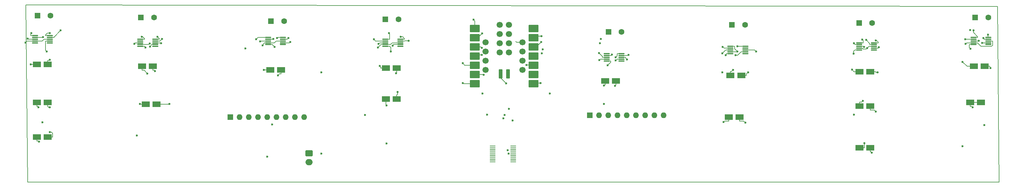
<source format=gbr>
%TF.GenerationSoftware,KiCad,Pcbnew,8.0.8*%
%TF.CreationDate,2025-05-04T20:59:53-05:00*%
%TF.ProjectId,Feedback_sleeve,46656564-6261-4636-9b5f-736c65657665,rev?*%
%TF.SameCoordinates,Original*%
%TF.FileFunction,Copper,L1,Top*%
%TF.FilePolarity,Positive*%
%FSLAX46Y46*%
G04 Gerber Fmt 4.6, Leading zero omitted, Abs format (unit mm)*
G04 Created by KiCad (PCBNEW 8.0.8) date 2025-05-04 20:59:53*
%MOMM*%
%LPD*%
G01*
G04 APERTURE LIST*
G04 Aperture macros list*
%AMRoundRect*
0 Rectangle with rounded corners*
0 $1 Rounding radius*
0 $2 $3 $4 $5 $6 $7 $8 $9 X,Y pos of 4 corners*
0 Add a 4 corners polygon primitive as box body*
4,1,4,$2,$3,$4,$5,$6,$7,$8,$9,$2,$3,0*
0 Add four circle primitives for the rounded corners*
1,1,$1+$1,$2,$3*
1,1,$1+$1,$4,$5*
1,1,$1+$1,$6,$7*
1,1,$1+$1,$8,$9*
0 Add four rect primitives between the rounded corners*
20,1,$1+$1,$2,$3,$4,$5,0*
20,1,$1+$1,$4,$5,$6,$7,0*
20,1,$1+$1,$6,$7,$8,$9,0*
20,1,$1+$1,$8,$9,$2,$3,0*%
G04 Aperture macros list end*
%TA.AperFunction,Conductor*%
%ADD10C,0.200000*%
%TD*%
%TA.AperFunction,SMDPad,CuDef*%
%ADD11R,2.200000X1.600000*%
%TD*%
%TA.AperFunction,SMDPad,CuDef*%
%ADD12O,1.699999X0.299999*%
%TD*%
%TA.AperFunction,ComponentPad*%
%ADD13RoundRect,0.250000X-0.550000X-0.550000X0.550000X-0.550000X0.550000X0.550000X-0.550000X0.550000X0*%
%TD*%
%TA.AperFunction,ComponentPad*%
%ADD14C,1.600000*%
%TD*%
%TA.AperFunction,ComponentPad*%
%ADD15R,1.600000X1.600000*%
%TD*%
%TA.AperFunction,ComponentPad*%
%ADD16O,1.600000X1.600000*%
%TD*%
%TA.AperFunction,ComponentPad*%
%ADD17RoundRect,0.250000X-0.750000X0.600000X-0.750000X-0.600000X0.750000X-0.600000X0.750000X0.600000X0*%
%TD*%
%TA.AperFunction,ComponentPad*%
%ADD18O,2.000000X1.700000*%
%TD*%
%TA.AperFunction,SMDPad,CuDef*%
%ADD19RoundRect,0.062500X0.675000X0.062500X-0.675000X0.062500X-0.675000X-0.062500X0.675000X-0.062500X0*%
%TD*%
%TA.AperFunction,SMDPad,CuDef*%
%ADD20RoundRect,0.200000X1.175000X0.800000X-1.175000X0.800000X-1.175000X-0.800000X1.175000X-0.800000X0*%
%TD*%
%TA.AperFunction,SMDPad,CuDef*%
%ADD21RoundRect,0.200000X-1.175000X-0.800000X1.175000X-0.800000X1.175000X0.800000X-1.175000X0.800000X0*%
%TD*%
%TA.AperFunction,SMDPad,CuDef*%
%ADD22C,1.700000*%
%TD*%
%TA.AperFunction,SMDPad,CuDef*%
%ADD23RoundRect,0.110000X-0.440000X1.140000X-0.440000X-1.140000X0.440000X-1.140000X0.440000X1.140000X0*%
%TD*%
%TA.AperFunction,ViaPad*%
%ADD24C,0.600000*%
%TD*%
G04 APERTURE END LIST*
D10*
%TO.N,Net-(U1-GND)*%
X281000000Y-13000000D02*
X13500000Y-12500000D01*
X281500000Y-61500000D02*
X281000000Y-13000000D01*
X14000000Y-61500000D02*
X281500000Y-61500000D01*
X13500000Y-12500000D02*
X14000000Y-61500000D01*
%TD*%
D11*
%TO.P,C11,1*%
%TO.N,Net-(U1-GND)*%
X243000000Y-40500000D03*
%TO.P,C11,2*%
%TO.N,Net-(RN1-common)*%
X246000000Y-40500000D03*
%TD*%
%TO.P,C9,1*%
%TO.N,Net-(U1-GND)*%
X243000000Y-31000000D03*
%TO.P,C9,2*%
%TO.N,Net-(RN1-common)*%
X246000000Y-31000000D03*
%TD*%
D12*
%TO.P,U7,1,REG*%
%TO.N,Net-(U7-REG)*%
X242900002Y-22999999D03*
%TO.P,U7,2,SCL*%
%TO.N,Net-(RN2-R8)*%
X242900002Y-23499998D03*
%TO.P,U7,3,SDA*%
%TO.N,Net-(RN2-R7)*%
X242900002Y-24000000D03*
%TO.P,U7,4,IN/TRIG*%
%TO.N,Net-(U1-GND)*%
X242900002Y-24499999D03*
%TO.P,U7,5,EN*%
%TO.N,Net-(U1-PC03_A3_D3)*%
X242900002Y-25000001D03*
%TO.P,U7,6,VDD/NC*%
%TO.N,unconnected-(U7-VDD{slash}NC-Pad6)*%
X247000001Y-25000001D03*
%TO.P,U7,7,OUT+*%
%TO.N,Net-(J7-Pin_1)*%
X247000001Y-24499999D03*
%TO.P,U7,8,GND*%
%TO.N,Net-(U1-GND)*%
X247000001Y-24000000D03*
%TO.P,U7,9,OUT-*%
%TO.N,Net-(J7-Pin_2)*%
X247000001Y-23499998D03*
%TO.P,U7,10,VDD*%
%TO.N,Net-(RN1-common)*%
X247000001Y-22999999D03*
%TD*%
D13*
%TO.P,J7,1,Pin_1*%
%TO.N,Net-(J7-Pin_1)*%
X242900000Y-17500000D03*
D14*
%TO.P,J7,2,Pin_2*%
%TO.N,Net-(J7-Pin_2)*%
X246500000Y-17500000D03*
%TD*%
D11*
%TO.P,C1,1*%
%TO.N,Net-(U1-GND)*%
X274500000Y-29500000D03*
%TO.P,C1,2*%
%TO.N,Net-(U2-REG)*%
X277500000Y-29500000D03*
%TD*%
D12*
%TO.P,U9,1,REG*%
%TO.N,Net-(U9-REG)*%
X80200002Y-21499999D03*
%TO.P,U9,2,SCL*%
%TO.N,Net-(RN1-R6)*%
X80200002Y-21999998D03*
%TO.P,U9,3,SDA*%
%TO.N,Net-(RN1-R5)*%
X80200002Y-22500000D03*
%TO.P,U9,4,IN/TRIG*%
%TO.N,Net-(U1-GND)*%
X80200002Y-22999999D03*
%TO.P,U9,5,EN*%
%TO.N,Net-(U1-PA03_A8_D8_SCK)*%
X80200002Y-23500001D03*
%TO.P,U9,6,VDD/NC*%
%TO.N,unconnected-(U9-VDD{slash}NC-Pad6)*%
X84300001Y-23500001D03*
%TO.P,U9,7,OUT+*%
%TO.N,Net-(J3-Pin_1)*%
X84300001Y-22999999D03*
%TO.P,U9,8,GND*%
%TO.N,Net-(U1-GND)*%
X84300001Y-22500000D03*
%TO.P,U9,9,OUT-*%
%TO.N,Net-(J3-Pin_2)*%
X84300001Y-21999998D03*
%TO.P,U9,10,VDD*%
%TO.N,Net-(RN1-common)*%
X84300001Y-21499999D03*
%TD*%
D11*
%TO.P,C6,1*%
%TO.N,Net-(U1-GND)*%
X80800000Y-30500000D03*
%TO.P,C6,2*%
%TO.N,Net-(U9-REG)*%
X83800000Y-30500000D03*
%TD*%
D12*
%TO.P,U2,1,REG*%
%TO.N,Net-(U2-REG)*%
X274400002Y-21499999D03*
%TO.P,U2,2,SCL*%
%TO.N,Net-(RN2-R6)*%
X274400002Y-21999998D03*
%TO.P,U2,3,SDA*%
%TO.N,Net-(RN2-R5)*%
X274400002Y-22500000D03*
%TO.P,U2,4,IN/TRIG*%
%TO.N,Net-(U1-GND)*%
X274400002Y-22999999D03*
%TO.P,U2,5,EN*%
%TO.N,Net-(U1-PC00_A0_D0)*%
X274400002Y-23500001D03*
%TO.P,U2,6,VDD/NC*%
%TO.N,unconnected-(U2-VDD{slash}NC-Pad6)*%
X278500001Y-23500001D03*
%TO.P,U2,7,OUT+*%
%TO.N,Net-(J8-Pin_1)*%
X278500001Y-22999999D03*
%TO.P,U2,8,GND*%
%TO.N,Net-(U1-GND)*%
X278500001Y-22500000D03*
%TO.P,U2,9,OUT-*%
%TO.N,Net-(J8-Pin_2)*%
X278500001Y-21999998D03*
%TO.P,U2,10,VDD*%
%TO.N,Net-(RN1-common)*%
X278500001Y-21499999D03*
%TD*%
D13*
%TO.P,J8,1,Pin_1*%
%TO.N,Net-(J8-Pin_1)*%
X274900000Y-16000000D03*
D14*
%TO.P,J8,2,Pin_2*%
%TO.N,Net-(J8-Pin_2)*%
X278500000Y-16000000D03*
%TD*%
D11*
%TO.P,C2,1*%
%TO.N,Net-(U1-GND)*%
X173000000Y-33500000D03*
%TO.P,C2,2*%
%TO.N,Net-(U4-REG)*%
X176000000Y-33500000D03*
%TD*%
%TO.P,C5,1*%
%TO.N,Net-(U1-GND)*%
X16500000Y-49000000D03*
%TO.P,C5,2*%
%TO.N,Net-(U6-REG)*%
X19500000Y-49000000D03*
%TD*%
D12*
%TO.P,U5,1,REG*%
%TO.N,Net-(U5-REG)*%
X112500002Y-21999999D03*
%TO.P,U5,2,SCL*%
%TO.N,Net-(RN2-R1)*%
X112500002Y-22499998D03*
%TO.P,U5,3,SDA*%
%TO.N,Net-(RN2-R2)*%
X112500002Y-23000000D03*
%TO.P,U5,4,IN/TRIG*%
%TO.N,Net-(U1-GND)*%
X112500002Y-23499999D03*
%TO.P,U5,5,EN*%
%TO.N,Net-(U1-PC02_A2_D2)*%
X112500002Y-24000001D03*
%TO.P,U5,6,VDD/NC*%
%TO.N,unconnected-(U5-VDD{slash}NC-Pad6)*%
X116600001Y-24000001D03*
%TO.P,U5,7,OUT+*%
%TO.N,Net-(J4-Pin_1)*%
X116600001Y-23499999D03*
%TO.P,U5,8,GND*%
%TO.N,Net-(U1-GND)*%
X116600001Y-23000000D03*
%TO.P,U5,9,OUT-*%
%TO.N,Net-(J4-Pin_2)*%
X116600001Y-22499998D03*
%TO.P,U5,10,VDD*%
%TO.N,Net-(RN1-common)*%
X116600001Y-21999999D03*
%TD*%
D11*
%TO.P,C10,1*%
%TO.N,Net-(U1-GND)*%
X46500000Y-40000000D03*
%TO.P,C10,2*%
%TO.N,Net-(RN1-common)*%
X49500000Y-40000000D03*
%TD*%
%TO.P,C3,1*%
%TO.N,Net-(U1-GND)*%
X112600000Y-30000000D03*
%TO.P,C3,2*%
%TO.N,Net-(U5-REG)*%
X115600000Y-30000000D03*
%TD*%
D13*
%TO.P,J2,1,Pin_1*%
%TO.N,Net-(J2-Pin_1)*%
X45200000Y-16000000D03*
D14*
%TO.P,J2,2,Pin_2*%
%TO.N,Net-(J2-Pin_2)*%
X48800000Y-16000000D03*
%TD*%
D11*
%TO.P,C15,1*%
%TO.N,Net-(U1-GND)*%
X207000000Y-43500000D03*
%TO.P,C15,2*%
%TO.N,Net-(RN1-common)*%
X210000000Y-43500000D03*
%TD*%
D12*
%TO.P,U8,1,REG*%
%TO.N,Net-(U1-GND)*%
X207500002Y-23999999D03*
%TO.P,U8,2,SCL*%
%TO.N,Net-(RN1-R7)*%
X207500002Y-24499998D03*
%TO.P,U8,3,SDA*%
%TO.N,Net-(RN1-R8)*%
X207500002Y-25000000D03*
%TO.P,U8,4,IN/TRIG*%
%TO.N,Net-(U1-GND)*%
X207500002Y-25499999D03*
%TO.P,U8,5,EN*%
%TO.N,Net-(U1-PC06_A6_D6_TX)*%
X207500002Y-26000001D03*
%TO.P,U8,6,VDD/NC*%
%TO.N,unconnected-(U8-VDD{slash}NC-Pad6)*%
X211600001Y-26000001D03*
%TO.P,U8,7,OUT+*%
%TO.N,Net-(J6-Pin_1)*%
X211600001Y-25499999D03*
%TO.P,U8,8,GND*%
%TO.N,Net-(U1-GND)*%
X211600001Y-25000000D03*
%TO.P,U8,9,OUT-*%
%TO.N,Net-(J6-Pin_2)*%
X211600001Y-24499998D03*
%TO.P,U8,10,VDD*%
%TO.N,Net-(RN1-common)*%
X211600001Y-23999999D03*
%TD*%
D13*
%TO.P,J6,1,Pin_1*%
%TO.N,Net-(J6-Pin_1)*%
X207900000Y-18000000D03*
D14*
%TO.P,J6,2,Pin_2*%
%TO.N,Net-(J6-Pin_2)*%
X211500000Y-18000000D03*
%TD*%
D11*
%TO.P,C14,1*%
%TO.N,Net-(U1-GND)*%
X16500000Y-29000000D03*
%TO.P,C14,2*%
%TO.N,Net-(RN1-common)*%
X19500000Y-29000000D03*
%TD*%
D13*
%TO.P,J3,1,Pin_1*%
%TO.N,Net-(J3-Pin_1)*%
X81000000Y-17000000D03*
D14*
%TO.P,J3,2,Pin_2*%
%TO.N,Net-(J3-Pin_2)*%
X84600000Y-17000000D03*
%TD*%
D11*
%TO.P,C13,1*%
%TO.N,Net-(U1-GND)*%
X207500000Y-32000000D03*
%TO.P,C13,2*%
%TO.N,Net-(RN1-common)*%
X210500000Y-32000000D03*
%TD*%
D12*
%TO.P,U4,1,REG*%
%TO.N,Net-(U4-REG)*%
X173400002Y-25999999D03*
%TO.P,U4,2,SCL*%
%TO.N,Net-(RN2-R3)*%
X173400002Y-26499998D03*
%TO.P,U4,3,SDA*%
%TO.N,Net-(RN2-R4)*%
X173400002Y-27000000D03*
%TO.P,U4,4,IN/TRIG*%
%TO.N,Net-(U1-GND)*%
X173400002Y-27499999D03*
%TO.P,U4,5,EN*%
%TO.N,Net-(U1-PC01_A1_D1)*%
X173400002Y-28000001D03*
%TO.P,U4,6,VDD/NC*%
%TO.N,unconnected-(U4-VDD{slash}NC-Pad6)*%
X177500001Y-28000001D03*
%TO.P,U4,7,OUT+*%
%TO.N,Net-(J5-Pin_1)*%
X177500001Y-27499999D03*
%TO.P,U4,8,GND*%
%TO.N,Net-(U1-GND)*%
X177500001Y-27000000D03*
%TO.P,U4,9,OUT-*%
%TO.N,Net-(J5-Pin_2)*%
X177500001Y-26499998D03*
%TO.P,U4,10,VDD*%
%TO.N,Net-(RN1-common)*%
X177500001Y-25999999D03*
%TD*%
D15*
%TO.P,RN2,1,common*%
%TO.N,Net-(RN1-common)*%
X69760000Y-43500000D03*
D16*
%TO.P,RN2,2,R1*%
%TO.N,Net-(RN2-R1)*%
X72300000Y-43500000D03*
%TO.P,RN2,3,R2*%
%TO.N,Net-(RN2-R2)*%
X74840000Y-43500000D03*
%TO.P,RN2,4,R3*%
%TO.N,Net-(RN2-R3)*%
X77380000Y-43500000D03*
%TO.P,RN2,5,R4*%
%TO.N,Net-(RN2-R4)*%
X79920000Y-43500000D03*
%TO.P,RN2,6,R5*%
%TO.N,Net-(RN2-R5)*%
X82460000Y-43500000D03*
%TO.P,RN2,7,R6*%
%TO.N,Net-(RN2-R6)*%
X85000000Y-43500000D03*
%TO.P,RN2,8,R7*%
%TO.N,Net-(RN2-R7)*%
X87540000Y-43500000D03*
%TO.P,RN2,9,R8*%
%TO.N,Net-(RN2-R8)*%
X90080000Y-43500000D03*
%TD*%
D17*
%TO.P,J9,1,Pin_1*%
%TO.N,Net-(J9-Pin_1)*%
X91500000Y-53500000D03*
D18*
%TO.P,J9,2,Pin_2*%
%TO.N,Net-(J9-Pin_2)*%
X91500000Y-56000000D03*
%TD*%
D12*
%TO.P,U10,1,REG*%
%TO.N,Net-(U10-REG)*%
X45000002Y-21999999D03*
%TO.P,U10,2,SCL*%
%TO.N,Net-(RN1-R4)*%
X45000002Y-22499998D03*
%TO.P,U10,3,SDA*%
%TO.N,Net-(RN1-R3)*%
X45000002Y-23000000D03*
%TO.P,U10,4,IN/TRIG*%
%TO.N,Net-(U1-GND)*%
X45000002Y-23499999D03*
%TO.P,U10,5,EN*%
%TO.N,Net-(U1-PA04_A9_D9_MISO)*%
X45000002Y-24000001D03*
%TO.P,U10,6,VDD/NC*%
%TO.N,unconnected-(U10-VDD{slash}NC-Pad6)*%
X49100001Y-24000001D03*
%TO.P,U10,7,OUT+*%
%TO.N,Net-(J2-Pin_1)*%
X49100001Y-23499999D03*
%TO.P,U10,8,GND*%
%TO.N,Net-(U1-GND)*%
X49100001Y-23000000D03*
%TO.P,U10,9,OUT-*%
%TO.N,Net-(J2-Pin_2)*%
X49100001Y-22499998D03*
%TO.P,U10,10,VDD*%
%TO.N,Net-(RN1-common)*%
X49100001Y-21999999D03*
%TD*%
D19*
%TO.P,U3,1,A0*%
%TO.N,Net-(U1-GND)*%
X147725000Y-55900000D03*
%TO.P,U3,2,A1*%
X147725000Y-55500000D03*
%TO.P,U3,3,~{RESET}*%
%TO.N,Net-(U1-PA08_A11_D11_SAMD11_TX)*%
X147725000Y-55100000D03*
%TO.P,U3,4,SD0*%
%TO.N,Net-(RN2-R7)*%
X147725000Y-54700000D03*
%TO.P,U3,5,SC0*%
%TO.N,Net-(RN2-R8)*%
X147725000Y-54300000D03*
%TO.P,U3,6,SD1*%
%TO.N,Net-(RN1-R8)*%
X147725000Y-53900000D03*
%TO.P,U3,7,SC1*%
%TO.N,Net-(RN1-R7)*%
X147725000Y-53500000D03*
%TO.P,U3,8,SD2*%
%TO.N,Net-(RN2-R5)*%
X147725000Y-53100000D03*
%TO.P,U3,9,SC2*%
%TO.N,Net-(RN2-R6)*%
X147725000Y-52700000D03*
%TO.P,U3,10,SD3*%
%TO.N,Net-(RN2-R4)*%
X147725000Y-52300000D03*
%TO.P,U3,11,SC3*%
%TO.N,Net-(RN2-R3)*%
X147725000Y-51900000D03*
%TO.P,U3,12,GND*%
%TO.N,Net-(U1-GND)*%
X147725000Y-51500000D03*
%TO.P,U3,13,SD4*%
%TO.N,Net-(RN2-R2)*%
X142000000Y-51500000D03*
%TO.P,U3,14,SC4*%
%TO.N,Net-(RN2-R1)*%
X142000000Y-51900000D03*
%TO.P,U3,15,SD5*%
%TO.N,Net-(RN1-R3)*%
X142000000Y-52300000D03*
%TO.P,U3,16,SC5*%
%TO.N,Net-(RN1-R4)*%
X142000000Y-52700000D03*
%TO.P,U3,17,SD6*%
%TO.N,Net-(RN1-R1)*%
X142000000Y-53100000D03*
%TO.P,U3,18,SC6*%
%TO.N,Net-(RN1-R2)*%
X142000000Y-53500000D03*
%TO.P,U3,19,SD7*%
%TO.N,Net-(RN1-R5)*%
X142000000Y-53900000D03*
%TO.P,U3,20,SC7*%
%TO.N,Net-(RN1-R6)*%
X142000000Y-54300000D03*
%TO.P,U3,21,A2*%
%TO.N,Net-(U1-GND)*%
X142000000Y-54700000D03*
%TO.P,U3,22,SCL*%
%TO.N,Net-(U1-PC05_A5_D5_SCL)*%
X142000000Y-55100000D03*
%TO.P,U3,23,SDA*%
%TO.N,Net-(U1-PC04_A4_D4_SDA)*%
X142000000Y-55500000D03*
%TO.P,U3,24,VCC*%
%TO.N,Net-(RN1-common)*%
X142000000Y-55900000D03*
%TD*%
D13*
%TO.P,J4,1,Pin_1*%
%TO.N,Net-(J4-Pin_1)*%
X112500000Y-16500000D03*
D14*
%TO.P,J4,2,Pin_2*%
%TO.N,Net-(J4-Pin_2)*%
X116100000Y-16500000D03*
%TD*%
D11*
%TO.P,C16,1*%
%TO.N,Net-(U1-GND)*%
X16500000Y-39500000D03*
%TO.P,C16,2*%
%TO.N,Net-(RN1-common)*%
X19500000Y-39500000D03*
%TD*%
D15*
%TO.P,RN1,1,common*%
%TO.N,Net-(RN1-common)*%
X168760000Y-43000000D03*
D16*
%TO.P,RN1,2,R1*%
%TO.N,Net-(RN1-R1)*%
X171300000Y-43000000D03*
%TO.P,RN1,3,R2*%
%TO.N,Net-(RN1-R2)*%
X173840000Y-43000000D03*
%TO.P,RN1,4,R3*%
%TO.N,Net-(RN1-R3)*%
X176380000Y-43000000D03*
%TO.P,RN1,5,R4*%
%TO.N,Net-(RN1-R4)*%
X178920000Y-43000000D03*
%TO.P,RN1,6,R5*%
%TO.N,Net-(RN1-R5)*%
X181460000Y-43000000D03*
%TO.P,RN1,7,R6*%
%TO.N,Net-(RN1-R6)*%
X184000000Y-43000000D03*
%TO.P,RN1,8,R7*%
%TO.N,Net-(RN1-R7)*%
X186540000Y-43000000D03*
%TO.P,RN1,9,R8*%
%TO.N,Net-(RN1-R8)*%
X189080000Y-43000000D03*
%TD*%
D11*
%TO.P,C12,1*%
%TO.N,Net-(U1-GND)*%
X112600000Y-38500000D03*
%TO.P,C12,2*%
%TO.N,Net-(RN1-common)*%
X115600000Y-38500000D03*
%TD*%
D13*
%TO.P,J1,1,Pin_1*%
%TO.N,Net-(J1-Pin_1)*%
X16700000Y-15500000D03*
D14*
%TO.P,J1,2,Pin_2*%
%TO.N,Net-(J1-Pin_2)*%
X20300000Y-15500000D03*
%TD*%
D11*
%TO.P,C7,1*%
%TO.N,Net-(U1-GND)*%
X273500000Y-39500000D03*
%TO.P,C7,2*%
X276500000Y-39500000D03*
%TD*%
%TO.P,C4,1*%
%TO.N,Net-(U1-GND)*%
X45500000Y-29500000D03*
%TO.P,C4,2*%
%TO.N,Net-(U10-REG)*%
X48500000Y-29500000D03*
%TD*%
D13*
%TO.P,J5,1,Pin_1*%
%TO.N,Net-(J5-Pin_1)*%
X173900000Y-20000000D03*
D14*
%TO.P,J5,2,Pin_2*%
%TO.N,Net-(J5-Pin_2)*%
X177500000Y-20000000D03*
%TD*%
D12*
%TO.P,U6,1,REG*%
%TO.N,Net-(U6-REG)*%
X16000002Y-20999999D03*
%TO.P,U6,2,SCL*%
%TO.N,Net-(RN1-R2)*%
X16000002Y-21499998D03*
%TO.P,U6,3,SDA*%
%TO.N,Net-(RN1-R1)*%
X16000002Y-22000000D03*
%TO.P,U6,4,IN/TRIG*%
%TO.N,Net-(U1-GND)*%
X16000002Y-22499999D03*
%TO.P,U6,5,EN*%
%TO.N,Net-(U1-PC07_A7_D7_RX)*%
X16000002Y-23000001D03*
%TO.P,U6,6,VDD/NC*%
%TO.N,unconnected-(U6-VDD{slash}NC-Pad6)*%
X20100001Y-23000001D03*
%TO.P,U6,7,OUT+*%
%TO.N,Net-(J1-Pin_1)*%
X20100001Y-22499999D03*
%TO.P,U6,8,GND*%
%TO.N,Net-(U1-GND)*%
X20100001Y-22000000D03*
%TO.P,U6,9,OUT-*%
%TO.N,Net-(J1-Pin_2)*%
X20100001Y-21499998D03*
%TO.P,U6,10,VDD*%
%TO.N,Net-(RN1-common)*%
X20100001Y-20999999D03*
%TD*%
D20*
%TO.P,U1,1,PC00_A0_D0*%
%TO.N,Net-(U1-PC00_A0_D0)*%
X137147500Y-19030000D03*
%TO.P,U1,2,PC01_A1_D1*%
%TO.N,Net-(U1-PC01_A1_D1)*%
X137147500Y-21570000D03*
%TO.P,U1,3,PC02_A2_D2*%
%TO.N,Net-(U1-PC02_A2_D2)*%
X137147500Y-24110000D03*
%TO.P,U1,4,PC03_A3_D3*%
%TO.N,Net-(U1-PC03_A3_D3)*%
X137147500Y-26650000D03*
%TO.P,U1,5,PC04_A4_D4_SDA*%
%TO.N,Net-(U1-PC04_A4_D4_SDA)*%
X137147500Y-29190000D03*
%TO.P,U1,6,PC05_A5_D5_SCL*%
%TO.N,Net-(U1-PC05_A5_D5_SCL)*%
X137147500Y-31730000D03*
%TO.P,U1,7,PC06_A6_D6_TX*%
%TO.N,Net-(U1-PC06_A6_D6_TX)*%
X137147500Y-34270000D03*
D21*
%TO.P,U1,8,PC07_A7_D7_RX*%
%TO.N,Net-(U1-PC07_A7_D7_RX)*%
X153312500Y-34270000D03*
%TO.P,U1,9,PA03_A8_D8_SCK*%
%TO.N,Net-(U1-PA03_A8_D8_SCK)*%
X153312500Y-31730000D03*
%TO.P,U1,10,PA04_A9_D9_MISO*%
%TO.N,Net-(U1-PA04_A9_D9_MISO)*%
X153312500Y-29190000D03*
%TO.P,U1,11,PA05_A10_D10_MOSI*%
%TO.N,unconnected-(U1-PA05_A10_D10_MOSI-Pad11)*%
X153312500Y-26650000D03*
%TO.P,U1,12,3V3*%
%TO.N,Net-(RN1-common)*%
X153312500Y-24110000D03*
%TO.P,U1,13,GND*%
%TO.N,Net-(U1-GND)*%
X153312500Y-21570000D03*
%TO.P,U1,14,5V*%
%TO.N,unconnected-(U1-5V-Pad14)*%
X153312500Y-19030000D03*
D22*
%TO.P,U1,15,PA08_A11_D11_SAMD11_TX*%
%TO.N,Net-(U1-PA08_A11_D11_SAMD11_TX)*%
X150230994Y-22840000D03*
%TO.P,U1,16,PA08_A12_D12_SAMD11_RX*%
%TO.N,unconnected-(U1-PA08_A12_D12_SAMD11_RX-Pad16)*%
X150230994Y-25380000D03*
%TO.P,U1,17,PB02_A13_D13_SCL1*%
%TO.N,unconnected-(U1-PB02_A13_D13_SCL1-Pad17)*%
X150230994Y-27920000D03*
%TO.P,U1,18,PB02_A14_D14_SDA1*%
%TO.N,unconnected-(U1-PB02_A14_D14_SDA1-Pad18)*%
X150230994Y-30460000D03*
%TO.P,U1,19,PB00_A15_D15_MOSI1*%
%TO.N,unconnected-(U1-PB00_A15_D15_MOSI1-Pad19)*%
X140070994Y-30460000D03*
%TO.P,U1,20,PB01_A16_D16_MISO1*%
%TO.N,unconnected-(U1-PB01_A16_D16_MISO1-Pad20)*%
X140070994Y-27920000D03*
%TO.P,U1,21,PA00_A17_D17_SCK1*%
%TO.N,unconnected-(U1-PA00_A17_D17_SCK1-Pad21)*%
X140070994Y-25380000D03*
%TO.P,U1,22,PD02_A18_D18*%
%TO.N,unconnected-(U1-PD02_A18_D18-Pad22)*%
X140070994Y-22840000D03*
%TO.P,U1,23,SWDIO*%
%TO.N,unconnected-(U1-SWDIO-Pad23)*%
X143960000Y-18000000D03*
%TO.P,U1,24,MG24_RST*%
%TO.N,unconnected-(U1-MG24_RST-Pad24)*%
X143960000Y-20540000D03*
%TO.P,U1,25,SAMD11_RST*%
%TO.N,unconnected-(U1-SAMD11_RST-Pad25)*%
X143960000Y-23080000D03*
%TO.P,U1,26,SAMD11_SWDIO*%
%TO.N,unconnected-(U1-SAMD11_SWDIO-Pad26)*%
X143960000Y-25620000D03*
%TO.P,U1,27,SAMD11_SWCLK*%
%TO.N,unconnected-(U1-SAMD11_SWCLK-Pad27)*%
X146500000Y-25620000D03*
%TO.P,U1,28,3V3_1*%
%TO.N,unconnected-(U1-3V3_1-Pad28)*%
X146500000Y-23080000D03*
%TO.P,U1,29,GND_1*%
%TO.N,unconnected-(U1-GND_1-Pad29)*%
X146500000Y-20540000D03*
%TO.P,U1,30,SWCLK*%
%TO.N,unconnected-(U1-SWCLK-Pad30)*%
X146500000Y-18000000D03*
D23*
%TO.P,U1,31,BAT*%
%TO.N,Net-(J9-Pin_1)*%
X144230000Y-31624811D03*
%TO.P,U1,32,GND_2*%
%TO.N,Net-(J9-Pin_2)*%
X146230000Y-31624811D03*
%TD*%
D11*
%TO.P,C8,1*%
%TO.N,Net-(U1-GND)*%
X243000000Y-52000000D03*
%TO.P,C8,2*%
%TO.N,Net-(U7-REG)*%
X246000000Y-52000000D03*
%TD*%
D24*
%TO.N,Net-(U1-GND)*%
X17095500Y-50321100D03*
X171377100Y-27752000D03*
X205594700Y-44905300D03*
X14834800Y-28967500D03*
X179017600Y-27617400D03*
X47589500Y-23225400D03*
X110467800Y-24348000D03*
X172682700Y-34819700D03*
X112842700Y-40329300D03*
X208245400Y-30467500D03*
X50728400Y-23100000D03*
X209432800Y-25440000D03*
X272252400Y-23280900D03*
X171566300Y-23086900D03*
X79067000Y-30518700D03*
X46961400Y-31470500D03*
X244401700Y-50745200D03*
X243947400Y-39076400D03*
X44866000Y-39904100D03*
X17001400Y-40829300D03*
X240951400Y-30411500D03*
X274157400Y-40829300D03*
X78663200Y-23693200D03*
X271418700Y-28282100D03*
X110979400Y-29408200D03*
X155457500Y-21133100D03*
X13395100Y-22941500D03*
X214570700Y-25376200D03*
X245123800Y-24500000D03*
%TO.N,Net-(U2-REG)*%
X274410700Y-19564400D03*
X279125700Y-29974700D03*
%TO.N,Net-(U4-REG)*%
X175674700Y-34923400D03*
%TO.N,Net-(U5-REG)*%
X113469400Y-20366500D03*
X115453800Y-31382200D03*
%TO.N,Net-(U10-REG)*%
X45411400Y-21344600D03*
X49065500Y-30811900D03*
%TO.N,Net-(U6-REG)*%
X15016300Y-20335300D03*
X20090700Y-47685200D03*
%TO.N,Net-(U9-REG)*%
X76938700Y-22008700D03*
X82922700Y-31970500D03*
%TO.N,Net-(U7-REG)*%
X243781600Y-22118400D03*
X246384400Y-53336900D03*
%TO.N,Net-(J1-Pin_1)*%
X19292700Y-25376200D03*
%TO.N,Net-(J1-Pin_2)*%
X23082700Y-19564400D03*
%TO.N,Net-(J2-Pin_2)*%
X51017600Y-21908700D03*
%TO.N,Net-(J2-Pin_1)*%
X47668900Y-24070700D03*
%TO.N,Net-(J3-Pin_2)*%
X85786700Y-21656900D03*
%TO.N,Net-(J3-Pin_1)*%
X86280400Y-22742700D03*
%TO.N,Net-(J4-Pin_1)*%
X114461700Y-23761600D03*
%TO.N,Net-(J4-Pin_2)*%
X118886400Y-22470300D03*
%TO.N,Net-(J5-Pin_2)*%
X179457200Y-26300300D03*
%TO.N,Net-(J5-Pin_1)*%
X175926200Y-27900000D03*
%TO.N,Net-(J6-Pin_1)*%
X208896100Y-26420700D03*
%TO.N,Net-(J7-Pin_1)*%
X248395400Y-24250000D03*
%TO.N,Net-(J7-Pin_2)*%
X244868400Y-22227600D03*
%TO.N,Net-(J8-Pin_1)*%
X276779600Y-23010400D03*
%TO.N,Net-(J8-Pin_2)*%
X277122500Y-21666800D03*
%TO.N,Net-(J9-Pin_1)*%
X145754700Y-34211000D03*
X94890700Y-31188000D03*
%TO.N,Net-(U1-PC01_A1_D1)*%
X173685700Y-29242000D03*
X171845900Y-21950500D03*
X139125100Y-20375000D03*
%TO.N,Net-(U1-PC05_A5_D5_SCL)*%
X139557100Y-31818900D03*
%TO.N,Net-(U1-PA03_A8_D8_SCK)*%
X82011000Y-24176200D03*
%TO.N,Net-(U1-PC00_A0_D0)*%
X273512700Y-19481600D03*
X273612700Y-24641500D03*
X136778700Y-16617400D03*
%TO.N,Net-(U1-PC06_A6_D6_TX)*%
X133786700Y-34093900D03*
X205249400Y-31188000D03*
X206170900Y-26416600D03*
%TO.N,Net-(U1-PC02_A2_D2)*%
X139058900Y-24413400D03*
X113954100Y-25376200D03*
%TO.N,Net-(U1-PA04_A9_D9_MISO)*%
X46445800Y-24270700D03*
X151344000Y-29168400D03*
%TO.N,Net-(U1-PC04_A4_D4_SDA)*%
X133786700Y-28647700D03*
%TO.N,Net-(U1-PC07_A7_D7_RX)*%
X155190200Y-34138800D03*
%TO.N,Net-(U1-PC03_A3_D3)*%
X139058900Y-26342800D03*
X241421900Y-25985700D03*
%TO.N,Net-(RN1-common)*%
X139214400Y-36999800D03*
X247484100Y-22339600D03*
X157739200Y-36999800D03*
X20092300Y-40829300D03*
X20090700Y-27682400D03*
X116668800Y-21334700D03*
X53002700Y-39905700D03*
X115830300Y-36619000D03*
X82695300Y-21708700D03*
X278429300Y-20774000D03*
X20090700Y-20330100D03*
X248039400Y-31188000D03*
X247482700Y-41982700D03*
X212337400Y-31188000D03*
X211578700Y-45078700D03*
X175924200Y-26989200D03*
X49716200Y-21330200D03*
X155381200Y-22754500D03*
X209417200Y-23983900D03*
%TO.N,Net-(RN1-R6)*%
X81279700Y-45523400D03*
X81692800Y-21917300D03*
%TO.N,Net-(RN1-R7)*%
X205374400Y-24104900D03*
%TO.N,Net-(RN1-R2)*%
X18070000Y-44981300D03*
X18194400Y-21458700D03*
%TO.N,Net-(RN1-R8)*%
X205233400Y-25927500D03*
%TO.N,Net-(RN1-R5)*%
X78041100Y-22633100D03*
X79930700Y-54435200D03*
%TO.N,Net-(RN1-R3)*%
X43340400Y-23250000D03*
X44026700Y-48623400D03*
%TO.N,Net-(RN1-R1)*%
X13996600Y-21818200D03*
X145314800Y-42912200D03*
%TO.N,Net-(RN1-R4)*%
X144991400Y-43836400D03*
%TO.N,Net-(RN2-R5)*%
X277402700Y-45717500D03*
X275844500Y-22470700D03*
%TO.N,Net-(RN2-R6)*%
X146389300Y-53624600D03*
X272168000Y-21999100D03*
X94871000Y-53624600D03*
X271418700Y-51529300D03*
%TO.N,Net-(RN2-R7)*%
X155792100Y-24795800D03*
X147504600Y-44475500D03*
X244286900Y-24161600D03*
%TO.N,Net-(RN2-R4)*%
X146160000Y-52645400D03*
X171326500Y-25862500D03*
X155558000Y-25896600D03*
%TO.N,Net-(RN2-R8)*%
X241531400Y-23154400D03*
X241498700Y-42811600D03*
%TO.N,Net-(RN2-R2)*%
X140461900Y-42812200D03*
X106858700Y-42942100D03*
X110618800Y-23261600D03*
%TO.N,Net-(RN2-R3)*%
X172682700Y-39905700D03*
X174878000Y-26284700D03*
X146470800Y-41259900D03*
%TO.N,Net-(RN2-R1)*%
X73946700Y-24529200D03*
X112842700Y-50827800D03*
X109318900Y-22028000D03*
%TD*%
D10*
%TO.N,Net-(U1-GND)*%
X16000000Y-22500000D02*
X17151700Y-22500000D01*
X46092600Y-30601700D02*
X45500000Y-30601700D01*
X112600000Y-40086600D02*
X112600000Y-38500000D01*
X178651700Y-27000000D02*
X178651700Y-27251500D01*
X50628400Y-23000000D02*
X49100000Y-23000000D01*
X16500000Y-29000000D02*
X14867300Y-29000000D01*
X79048300Y-23308100D02*
X78663200Y-23693200D01*
X272533300Y-23000000D02*
X272252400Y-23280900D01*
X208651700Y-24000000D02*
X208651700Y-24657300D01*
X173000000Y-34601700D02*
X172900700Y-34601700D01*
X80200000Y-23000000D02*
X81917400Y-23000000D01*
X241539900Y-31000000D02*
X240951400Y-30411500D01*
X79379600Y-30518700D02*
X79398300Y-30500000D01*
X173000000Y-33500000D02*
X173000000Y-34601700D01*
X273500000Y-39500000D02*
X273500000Y-40601700D01*
X16500000Y-50101700D02*
X16876100Y-50101700D01*
X244860500Y-24763300D02*
X245123800Y-24500000D01*
X153749400Y-21133100D02*
X153312500Y-21570000D01*
X278500000Y-22500000D02*
X279651700Y-22500000D01*
X207000000Y-44601700D02*
X205898300Y-44601700D01*
X45002400Y-39904100D02*
X44866000Y-39904100D01*
X214570700Y-25376200D02*
X214194500Y-25000000D01*
X82417400Y-22500000D02*
X84300000Y-22500000D01*
X274157400Y-40829300D02*
X273929800Y-40601700D01*
X276478500Y-23955500D02*
X279386800Y-23955500D01*
X243000000Y-40500000D02*
X243000000Y-39398300D01*
X111198300Y-30000000D02*
X111198300Y-29627100D01*
X205898300Y-44601700D02*
X205594700Y-44905300D01*
X112600000Y-30000000D02*
X111198300Y-30000000D01*
X171629100Y-27500000D02*
X173400000Y-27500000D01*
X177500000Y-27000000D02*
X178651700Y-27000000D01*
X46961400Y-31470500D02*
X46092600Y-30601700D01*
X274400000Y-23000000D02*
X275523000Y-23000000D01*
X244401700Y-52000000D02*
X244401700Y-50745200D01*
X47589500Y-23225400D02*
X47314900Y-23500000D01*
X80800000Y-30500000D02*
X79398300Y-30500000D01*
X111198300Y-29627100D02*
X110979400Y-29408200D01*
X18504000Y-22000000D02*
X20100000Y-22000000D01*
X113872500Y-23500000D02*
X112500000Y-23500000D01*
X243000000Y-31000000D02*
X241539900Y-31000000D01*
X79067000Y-30518700D02*
X79379600Y-30518700D01*
X208651700Y-24657300D02*
X209432800Y-25438400D01*
X243774500Y-24500000D02*
X244037800Y-24763300D01*
X275523000Y-23000000D02*
X276478500Y-23955500D01*
X16500000Y-49000000D02*
X16500000Y-50101700D01*
X79048300Y-23000000D02*
X79048300Y-23308100D01*
X243000000Y-52000000D02*
X244401700Y-52000000D01*
X279651700Y-23690600D02*
X279651700Y-22500000D01*
X171377100Y-27752000D02*
X171629100Y-27500000D01*
X207500000Y-24000000D02*
X208651700Y-24000000D01*
X273500000Y-39500000D02*
X276500000Y-39500000D01*
X17001400Y-40829300D02*
X16773800Y-40601700D01*
X14867300Y-29000000D02*
X14834800Y-28967500D01*
X209432800Y-25438400D02*
X209432800Y-25440000D01*
X112500000Y-23500000D02*
X111315800Y-23500000D01*
X80200000Y-23000000D02*
X79048300Y-23000000D01*
X111315800Y-23500000D02*
X110467800Y-24348000D01*
X274500000Y-29500000D02*
X272636600Y-29500000D01*
X242900000Y-24500000D02*
X243774500Y-24500000D01*
X47314900Y-23500000D02*
X45000000Y-23500000D01*
X45500000Y-29500000D02*
X45500000Y-30601700D01*
X18004000Y-22500000D02*
X18504000Y-22000000D01*
X207500000Y-32000000D02*
X207500000Y-30898300D01*
X209371200Y-25500000D02*
X207500000Y-25500000D01*
X214194500Y-25000000D02*
X211600000Y-25000000D01*
X207814600Y-30898300D02*
X207500000Y-30898300D01*
X17151700Y-22500000D02*
X18004000Y-22500000D01*
X114372500Y-23000000D02*
X113872500Y-23500000D01*
X81917400Y-23000000D02*
X82417400Y-22500000D01*
X45098300Y-40000000D02*
X45002400Y-39904100D01*
X273929800Y-40601700D02*
X273500000Y-40601700D01*
X243947400Y-39076400D02*
X243625500Y-39398300D01*
X272636600Y-29500000D02*
X271418700Y-28282100D01*
X16500000Y-39500000D02*
X16500000Y-40601700D01*
X207000000Y-43500000D02*
X207000000Y-44601700D01*
X155457500Y-21133100D02*
X153749400Y-21133100D01*
X274400000Y-23000000D02*
X272533300Y-23000000D01*
X247000000Y-24000000D02*
X245623800Y-24000000D01*
X208245400Y-30467500D02*
X207814600Y-30898300D01*
X50728400Y-23100000D02*
X50628400Y-23000000D01*
X279386800Y-23955500D02*
X279651700Y-23690600D01*
X13395100Y-22941500D02*
X13836600Y-22500000D01*
X245623800Y-24000000D02*
X245123800Y-24500000D01*
X243625500Y-39398300D02*
X243000000Y-39398300D01*
X46500000Y-40000000D02*
X45098300Y-40000000D01*
X244037800Y-24763300D02*
X244860500Y-24763300D01*
X13836600Y-22500000D02*
X16000000Y-22500000D01*
X116600000Y-23000000D02*
X114372500Y-23000000D01*
X172900700Y-34601700D02*
X172682700Y-34819700D01*
X16876100Y-50101700D02*
X17095500Y-50321100D01*
X209432800Y-25438400D02*
X209371200Y-25500000D01*
X16773800Y-40601700D02*
X16500000Y-40601700D01*
X178651700Y-27251500D02*
X179017600Y-27617400D01*
X112842700Y-40329300D02*
X112600000Y-40086600D01*
%TO.N,Net-(U2-REG)*%
X274410700Y-20172000D02*
X274410800Y-20172000D01*
X275551700Y-21312900D02*
X275551700Y-21500000D01*
X274410700Y-19564400D02*
X274410700Y-20172000D01*
X278901700Y-29500000D02*
X278901700Y-29750700D01*
X274400000Y-21500000D02*
X275551700Y-21500000D01*
X274410800Y-20172000D02*
X275551700Y-21312900D01*
X278901700Y-29750700D02*
X279125700Y-29974700D01*
X277500000Y-29500000D02*
X278901700Y-29500000D01*
%TO.N,Net-(U4-REG)*%
X175996400Y-34601700D02*
X176000000Y-34601700D01*
X176000000Y-33500000D02*
X176000000Y-34601700D01*
X175674700Y-34923400D02*
X175996400Y-34601700D01*
%TO.N,Net-(U5-REG)*%
X112500000Y-22000000D02*
X113651700Y-22000000D01*
X113651700Y-22000000D02*
X113651700Y-20548800D01*
X115453800Y-31382200D02*
X115600000Y-31236000D01*
X115600000Y-31236000D02*
X115600000Y-30000000D01*
X113651700Y-20548800D02*
X113469400Y-20366500D01*
%TO.N,Net-(U10-REG)*%
X45411400Y-21344600D02*
X45683400Y-21344600D01*
X48500000Y-29500000D02*
X48500000Y-30601700D01*
X46151700Y-21812900D02*
X46151700Y-22000000D01*
X45683400Y-21344600D02*
X46151700Y-21812900D01*
X48500000Y-30601700D02*
X48855300Y-30601700D01*
X48855300Y-30601700D02*
X49065500Y-30811900D01*
X45000000Y-22000000D02*
X46151700Y-22000000D01*
%TO.N,Net-(U6-REG)*%
X20537800Y-47685200D02*
X20090700Y-47685200D01*
X19500000Y-49000000D02*
X20901700Y-49000000D01*
X14848300Y-20503300D02*
X15016300Y-20335300D01*
X20901700Y-48049100D02*
X20537800Y-47685200D01*
X14848300Y-21000000D02*
X14848300Y-20503300D01*
X20901700Y-49000000D02*
X20901700Y-48049100D01*
X16000000Y-21000000D02*
X14848300Y-21000000D01*
%TO.N,Net-(U9-REG)*%
X83800000Y-30500000D02*
X83800000Y-31601700D01*
X80200000Y-21500000D02*
X79048300Y-21500000D01*
X77447400Y-21500000D02*
X76938700Y-22008700D01*
X79048300Y-21500000D02*
X77447400Y-21500000D01*
X83291500Y-31601700D02*
X83800000Y-31601700D01*
X82922700Y-31970500D02*
X83291500Y-31601700D01*
%TO.N,Net-(U7-REG)*%
X246000000Y-52000000D02*
X246000000Y-53101700D01*
X244051700Y-23000000D02*
X244051700Y-22388500D01*
X242900000Y-23000000D02*
X244051700Y-23000000D01*
X246149200Y-53101700D02*
X246384400Y-53336900D01*
X244051700Y-22388500D02*
X243781600Y-22118400D01*
X246000000Y-53101700D02*
X246149200Y-53101700D01*
%TO.N,Net-(J1-Pin_1)*%
X18948300Y-25031800D02*
X19292700Y-25376200D01*
X18948300Y-22500000D02*
X18948300Y-25031800D01*
X20100000Y-22500000D02*
X18948300Y-22500000D01*
%TO.N,Net-(J1-Pin_2)*%
X23082700Y-19564400D02*
X21251700Y-21395400D01*
X20100000Y-21500000D02*
X21251700Y-21500000D01*
X21251700Y-21395400D02*
X21251700Y-21500000D01*
%TO.N,Net-(J2-Pin_2)*%
X50426300Y-22500000D02*
X49100000Y-22500000D01*
X51017600Y-21908700D02*
X50426300Y-22500000D01*
%TO.N,Net-(J2-Pin_1)*%
X47668900Y-24070700D02*
X48239600Y-23500000D01*
X48239600Y-23500000D02*
X49100000Y-23500000D01*
%TO.N,Net-(J3-Pin_2)*%
X85786700Y-21656900D02*
X85451700Y-21991900D01*
X85451700Y-21991900D02*
X85451700Y-22000000D01*
X84300000Y-22000000D02*
X85451700Y-22000000D01*
%TO.N,Net-(J3-Pin_1)*%
X86023100Y-23000000D02*
X86280400Y-22742700D01*
X84300000Y-23000000D02*
X86023100Y-23000000D01*
%TO.N,Net-(J4-Pin_1)*%
X114723300Y-23500000D02*
X114461700Y-23761600D01*
X116600000Y-23500000D02*
X114723300Y-23500000D01*
%TO.N,Net-(J4-Pin_2)*%
X116600000Y-22500000D02*
X117751700Y-22500000D01*
X117781400Y-22470300D02*
X117751700Y-22500000D01*
X118886400Y-22470300D02*
X117781400Y-22470300D01*
%TO.N,Net-(J5-Pin_2)*%
X179457200Y-26300300D02*
X179257500Y-26500000D01*
X179257500Y-26500000D02*
X177500000Y-26500000D01*
%TO.N,Net-(J5-Pin_1)*%
X176326200Y-27500000D02*
X177500000Y-27500000D01*
X175926200Y-27900000D02*
X176326200Y-27500000D01*
%TO.N,Net-(J6-Pin_1)*%
X209527600Y-26420700D02*
X208896100Y-26420700D01*
X210448300Y-25500000D02*
X209527600Y-26420700D01*
X211600000Y-25500000D02*
X210448300Y-25500000D01*
%TO.N,Net-(J7-Pin_1)*%
X248151700Y-24493700D02*
X248151700Y-24500000D01*
X248395400Y-24250000D02*
X248151700Y-24493700D01*
X247000000Y-24500000D02*
X248151700Y-24500000D01*
%TO.N,Net-(J7-Pin_2)*%
X245848300Y-23207500D02*
X245848300Y-23500000D01*
X244868400Y-22227600D02*
X245848300Y-23207500D01*
X247000000Y-23500000D02*
X245848300Y-23500000D01*
%TO.N,Net-(J8-Pin_1)*%
X278500000Y-23000000D02*
X277348300Y-23000000D01*
X276779600Y-23010400D02*
X276790000Y-23000000D01*
X276790000Y-23000000D02*
X277348300Y-23000000D01*
%TO.N,Net-(J8-Pin_2)*%
X277348300Y-21892600D02*
X277122500Y-21666800D01*
X277348300Y-22000000D02*
X277348300Y-21892600D01*
X278500000Y-22000000D02*
X277348300Y-22000000D01*
%TO.N,Net-(J9-Pin_1)*%
X144230000Y-31624800D02*
X144230000Y-32686300D01*
X144230000Y-32686300D02*
X145754700Y-34211000D01*
%TO.N,Net-(U1-PA08_A11_D11_SAMD11_TX)*%
X150231000Y-22840000D02*
X148627300Y-22840000D01*
X148627300Y-22840000D02*
X148365500Y-22578200D01*
%TO.N,Net-(U1-PC01_A1_D1)*%
X173400000Y-28000000D02*
X174551700Y-28000000D01*
X137930100Y-21570000D02*
X137147500Y-21570000D01*
X139125100Y-20375000D02*
X137930100Y-21570000D01*
X174551700Y-28000000D02*
X174551700Y-28376000D01*
X174551700Y-28376000D02*
X173685700Y-29242000D01*
%TO.N,Net-(U1-PC05_A5_D5_SCL)*%
X139468200Y-31730000D02*
X139557100Y-31818900D01*
X137147500Y-31730000D02*
X139468200Y-31730000D01*
%TO.N,Net-(U1-PA03_A8_D8_SCK)*%
X81351700Y-23500000D02*
X82011000Y-24159300D01*
X80200000Y-23500000D02*
X81351700Y-23500000D01*
X82011000Y-24159300D02*
X82011000Y-24176200D01*
%TO.N,Net-(U1-PC00_A0_D0)*%
X273248300Y-24277100D02*
X273248300Y-23500000D01*
X137147500Y-16986200D02*
X136778700Y-16617400D01*
X274400000Y-23500000D02*
X273248300Y-23500000D01*
X137147500Y-19030000D02*
X137147500Y-16986200D01*
X273612700Y-24641500D02*
X273248300Y-24277100D01*
%TO.N,Net-(U1-PC06_A6_D6_TX)*%
X206348300Y-26239200D02*
X206348300Y-26000000D01*
X133962800Y-34270000D02*
X133786700Y-34093900D01*
X207500000Y-26000000D02*
X206348300Y-26000000D01*
X137147500Y-34270000D02*
X133962800Y-34270000D01*
X206170900Y-26416600D02*
X206348300Y-26239200D01*
%TO.N,Net-(U1-PC02_A2_D2)*%
X112500000Y-24000000D02*
X113651700Y-24000000D01*
X113954100Y-24302400D02*
X113651700Y-24000000D01*
X138755500Y-24110000D02*
X139058900Y-24413400D01*
X137147500Y-24110000D02*
X138755500Y-24110000D01*
X113954100Y-25376200D02*
X113954100Y-24302400D01*
%TO.N,Net-(U1-PA04_A9_D9_MISO)*%
X153290900Y-29168400D02*
X153312500Y-29190000D01*
X46175100Y-24000000D02*
X46445800Y-24270700D01*
X151344000Y-29168400D02*
X153290900Y-29168400D01*
X45000000Y-24000000D02*
X46175100Y-24000000D01*
%TO.N,Net-(U1-PC04_A4_D4_SDA)*%
X137147500Y-29190000D02*
X134329000Y-29190000D01*
X134329000Y-29190000D02*
X133786700Y-28647700D01*
%TO.N,Net-(U1-PC07_A7_D7_RX)*%
X153443700Y-34138800D02*
X153312500Y-34270000D01*
X155190200Y-34138800D02*
X153443700Y-34138800D01*
%TO.N,Net-(U1-PC03_A3_D3)*%
X241748300Y-25000000D02*
X241421900Y-25326400D01*
X241421900Y-25326400D02*
X241421900Y-25985700D01*
X137454700Y-26342800D02*
X137147500Y-26650000D01*
X139058900Y-26342800D02*
X137454700Y-26342800D01*
X242900000Y-25000000D02*
X241748300Y-25000000D01*
%TO.N,Net-(RN1-common)*%
X117273600Y-21334800D02*
X116668800Y-21334800D01*
X19500000Y-27898300D02*
X19874800Y-27898300D01*
X210500000Y-32000000D02*
X211901700Y-32000000D01*
X247101700Y-41601700D02*
X247482700Y-41982700D01*
X20100000Y-21000000D02*
X18948300Y-21000000D01*
X82695300Y-21708700D02*
X82904000Y-21500000D01*
X211600000Y-24000000D02*
X210448300Y-24000000D01*
X248039400Y-31188000D02*
X247589700Y-31188000D01*
X177500000Y-26000000D02*
X176348300Y-26000000D01*
X211101700Y-44601700D02*
X211578700Y-45078700D01*
X210000000Y-43500000D02*
X210000000Y-44601700D01*
X248151700Y-23000000D02*
X248151700Y-22812900D01*
X153312500Y-24110000D02*
X154025700Y-24110000D01*
X176348300Y-26565100D02*
X175924200Y-26989200D01*
X176348300Y-26000000D02*
X176348300Y-26565100D01*
X116600000Y-22000000D02*
X117751700Y-22000000D01*
X246000000Y-41601700D02*
X247101700Y-41601700D01*
X247000000Y-23000000D02*
X248151700Y-23000000D01*
X49500000Y-40000000D02*
X52908400Y-40000000D01*
X50251700Y-22000000D02*
X50251700Y-21812900D01*
X278429300Y-21429300D02*
X278429300Y-20774000D01*
X115600000Y-38500000D02*
X115600000Y-37398300D01*
X247678400Y-22339600D02*
X247484100Y-22339600D01*
X19500000Y-39500000D02*
X19500000Y-40601700D01*
X210000000Y-44601700D02*
X211101700Y-44601700D01*
X115830300Y-37168000D02*
X115600000Y-37398300D01*
X246000000Y-31000000D02*
X247401700Y-31000000D01*
X50251700Y-21812900D02*
X49769000Y-21330200D01*
X212337400Y-31188000D02*
X211901700Y-31623700D01*
X20092300Y-40829300D02*
X19727600Y-40829300D01*
X19431100Y-20330100D02*
X20090700Y-20330100D01*
X49100000Y-22000000D02*
X50251700Y-22000000D01*
X19727600Y-40829300D02*
X19500000Y-40601700D01*
X18948300Y-21000000D02*
X18948300Y-20812900D01*
X116668800Y-21334800D02*
X116668800Y-21334700D01*
X278500000Y-21500000D02*
X278429300Y-21429300D01*
X211901700Y-31623700D02*
X211901700Y-32000000D01*
X210432200Y-23983900D02*
X210448300Y-24000000D01*
X18948300Y-20812900D02*
X19431100Y-20330100D01*
X115830300Y-36619000D02*
X115830300Y-37168000D01*
X49769000Y-21330200D02*
X49716200Y-21330200D01*
X82904000Y-21500000D02*
X84300000Y-21500000D01*
X19500000Y-29000000D02*
X19500000Y-27898300D01*
X117751700Y-21812900D02*
X117273600Y-21334800D01*
X247589700Y-31188000D02*
X247401700Y-31000000D01*
X117751700Y-22000000D02*
X117751700Y-21812900D01*
X248151700Y-22812900D02*
X247678400Y-22339600D01*
X19874800Y-27898300D02*
X20090700Y-27682400D01*
X52908400Y-40000000D02*
X53002700Y-39905700D01*
X246000000Y-40500000D02*
X246000000Y-41601700D01*
X154025700Y-24110000D02*
X155381200Y-22754500D01*
X209417200Y-23983900D02*
X210432200Y-23983900D01*
%TO.N,Net-(RN1-R6)*%
X80200000Y-22000000D02*
X81610100Y-22000000D01*
X81610100Y-22000000D02*
X81692800Y-21917300D01*
%TO.N,Net-(RN1-R7)*%
X205374400Y-24104900D02*
X205769500Y-24500000D01*
X205769500Y-24500000D02*
X207500000Y-24500000D01*
%TO.N,Net-(RN1-R2)*%
X18153100Y-21500000D02*
X18194400Y-21458700D01*
X16000000Y-21500000D02*
X18153100Y-21500000D01*
%TO.N,Net-(RN1-R8)*%
X205233400Y-25927500D02*
X206160900Y-25000000D01*
X206160900Y-25000000D02*
X207500000Y-25000000D01*
%TO.N,Net-(RN1-R5)*%
X78174200Y-22500000D02*
X78041100Y-22633100D01*
X80200000Y-22500000D02*
X78174200Y-22500000D01*
%TO.N,Net-(RN1-R3)*%
X45000000Y-23000000D02*
X43590400Y-23000000D01*
X43590400Y-23000000D02*
X43340400Y-23250000D01*
%TO.N,Net-(RN1-R1)*%
X16000000Y-22000000D02*
X14178400Y-22000000D01*
X14178400Y-22000000D02*
X13996600Y-21818200D01*
%TO.N,Net-(RN2-R5)*%
X275815200Y-22500000D02*
X275844500Y-22470700D01*
X274400000Y-22500000D02*
X275815200Y-22500000D01*
%TO.N,Net-(RN2-R6)*%
X274400000Y-22000000D02*
X272168900Y-22000000D01*
X272168900Y-22000000D02*
X272168000Y-21999100D01*
%TO.N,Net-(RN2-R7)*%
X242900000Y-24000000D02*
X244125300Y-24000000D01*
X244125300Y-24000000D02*
X244286900Y-24161600D01*
%TO.N,Net-(RN2-R4)*%
X172248300Y-26784300D02*
X171326500Y-25862500D01*
X172248300Y-27000000D02*
X172248300Y-26784300D01*
X173400000Y-27000000D02*
X172248300Y-27000000D01*
%TO.N,Net-(RN2-R8)*%
X242900000Y-23500000D02*
X241748300Y-23500000D01*
X241748300Y-23371300D02*
X241531400Y-23154400D01*
X241748300Y-23500000D02*
X241748300Y-23371300D01*
%TO.N,Net-(RN2-R2)*%
X110880400Y-23000000D02*
X112500000Y-23000000D01*
X110618800Y-23261600D02*
X110880400Y-23000000D01*
%TO.N,Net-(RN2-R3)*%
X173400000Y-26500000D02*
X174662700Y-26500000D01*
X174662700Y-26500000D02*
X174878000Y-26284700D01*
%TO.N,Net-(RN2-R1)*%
X109790900Y-22500000D02*
X112500000Y-22500000D01*
X109318900Y-22028000D02*
X109790900Y-22500000D01*
%TD*%
M02*

</source>
